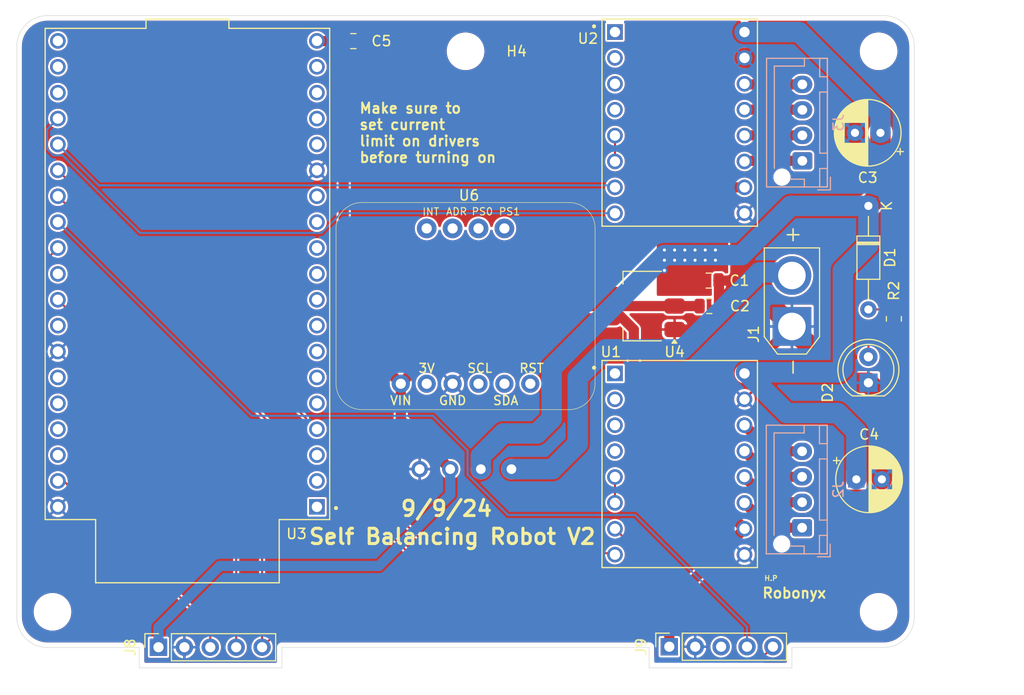
<source format=kicad_pcb>
(kicad_pcb (version 20240108) (generator "pcbnew") (generator_version "8.0")
  (layers (0 "F.Cu" signal) (31 "B.Cu" signal) (34 "B.Paste" user) (35 "F.Paste" user) (36 "B.SilkS" user "B.Silkscreen") (37 "F.SilkS" user "F.Silkscreen") (38 "B.Mask" user) (39 "F.Mask" user) (44 "Edge.Cuts" user))
  (net 0 "")
  (net 1 "Net-(J1-Pin_2)")
  (net 2 "+15V")
  (net 3 "+5V")
  (net 4 "GND")
  (net 5 "Net-(J2-Pin_4)")
  (net 6 "Net-(J2-Pin_1)")
  (net 7 "Net-(J2-Pin_2)")
  (net 8 "Net-(J2-Pin_3)")
  (net 9 "Net-(J3-Pin_1)")
  (net 10 "Net-(J3-Pin_2)")
  (net 11 "Net-(J3-Pin_4)")
  (net 12 "Net-(J3-Pin_3)")
  (net 13 "Net-(U1-~{RESET})")
  (net 18 "Net-(U1-DIR)")
  (net 19 "Net-(U1-STEP)")
  (net 21 "Net-(U2-STEP)")
  (net 25 "Net-(U2-DIR)")
  (net 26 "Net-(U2-~{RESET})")
  (net 57 "/SDA")
  (net 58 "/SCL")
  (net 61 "Net-(D1-A)")
  (net 62 "Net-(D2-A)")
  (net 63 "/DIN")
  (net 64 "/CS1")
  (net 65 "/CLK")
  (net 66 "/CS2")
  (footprint "SparkFun-Connector:1x01" (layer "F.Cu") (at 122.5 82.5 180)
    (property "Reference" "J7")
    (property "Value" "-SWLED")
    (pad "1" thru_hole circle (at 0 0 270) (size 1.6 1.6) (drill 0.95) (layers "*.Cu" "*.Mask") (net 4 "GND"))
  )
  (footprint "MountingHole:MountingHole_3.2mm_M3" (layer "F.Cu") (at 167.5 96.5)
    (property "Reference" "H3" (hide yes))
    (property "Value" "MountingHole")
    (pad "" np_thru_hole circle (at 0 0) (size 3.2 3.2) (drill 3.2) (layers "*.Cu" "*.Mask"))
  )
  (footprint "Capacitor_THT:CP_Radial_D6.3mm_P2.50mm" (layer "F.Cu") (at 165.317621 83.5)
    (property "Reference" "C4" (at 1.25 -4.4 0) (layer "F.SilkS"))
    (property "Value" "100uF")
    (pad "1" thru_hole rect (at 0 0) (size 1.6 1.6) (drill 0.8) (layers "*.Cu" "*.Mask") (net 2 "+15V"))
    (pad "2" thru_hole circle (at 2.5 0) (size 1.6 1.6) (drill 0.8) (layers "*.Cu" "*.Mask") (net 4 "GND"))
  )
  (footprint "Resistor_SMD:R_0805_2012Metric" (layer "F.Cu") (at 169 67.75 90)
    (property "Reference" "R2" (at 2.75 0 90) (layer "F.SilkS"))
    (property "Value" "1K")
    (pad "1" smd roundrect (at -0.9125 0 90) (size 1.025 1.4) (layers "F.Cu" "F.Paste" "F.Mask") (roundrect_rratio 0.243902) (net 62 "Net-(D2-A)"))
    (pad "2" smd roundrect (at 0.9125 0 90) (size 1.025 1.4) (layers "F.Cu" "F.Paste" "F.Mask") (roundrect_rratio 0.243902) (net 61 "Net-(D1-A)"))
  )
  (footprint "MountingHole:MountingHole_3.2mm_M3" (layer "F.Cu") (at 86.5 96.5)
    (property "Reference" "H1" (hide yes))
    (property "Value" "MountingHole")
    (pad "" np_thru_hole circle (at 0 0) (size 3.2 3.2) (drill 3.2) (layers "*.Cu" "*.Mask"))
  )
  (footprint "Capacitor_SMD:C_0805_2012Metric" (layer "F.Cu") (at 150.9 66.5)
    (property "Reference" "C2" (at 3 0 0) (layer "F.SilkS"))
    (property "Value" "10uF")
    (pad "1" smd roundrect (at -0.95 0) (size 1 1.45) (layers "F.Cu" "F.Paste" "F.Mask") (net 3 "+5V"))
    (pad "2" smd roundrect (at 0.95 0) (size 1 1.45) (layers "F.Cu" "F.Paste" "F.Mask") (net 4 "GND"))
  )
  (footprint "SparkFun-Connector:1x01" (layer "F.Cu") (at 131.5 82.5 180)
    (property "Reference" "J5")
    (property "Value" "-SW")
    (pad "1" thru_hole circle (at 0 0 270) (size 1.6 1.6) (drill 0.95) (layers "*.Cu" "*.Mask") (net 1 "Net-(J1-Pin_2)"))
  )
  (footprint "A4988_STEPPER_MOTOR_DRIVER_CARRIER:MODULE_A4988_STEPPER_MOTOR_DRIVER_CARRIER" (layer "F.Cu") (at 148 48.5)
    (property "Reference" "U2" (at -9 -8.25 0) (layer "F.SilkS"))
    (property "Value" "A4988_STEPPER_MOTOR_DRIVER_CARRIER")
    (pad "1" thru_hole rect (at -6.35 -8.89) (size 1.53 1.53) (drill 1.02) (layers "*.Cu" "*.Mask"))
    (pad "2" thru_hole circle (at -6.35 -6.35) (size 1.53 1.53) (drill 1.02) (layers "*.Cu" "*.Mask"))
    (pad "3" thru_hole circle (at -6.35 -3.81) (size 1.53 1.53) (drill 1.02) (layers "*.Cu" "*.Mask"))
    (pad "4" thru_hole circle (at -6.35 -1.27) (size 1.53 1.53) (drill 1.02) (layers "*.Cu" "*.Mask"))
    (pad "5" thru_hole circle (at -6.35 1.27) (size 1.53 1.53) (drill 1.02) (layers "*.Cu" "*.Mask") (net 26 "Net-(U2-~{RESET})"))
    (pad "6" thru_hole circle (at -6.35 3.81) (size 1.53 1.53) (drill 1.02) (layers "*.Cu" "*.Mask") (net 26 "Net-(U2-~{RESET})"))
    (pad "7" thru_hole circle (at -6.35 6.35) (size 1.53 1.53) (drill 1.02) (layers "*.Cu" "*.Mask") (net 21 "Net-(U2-STEP)"))
    (pad "8" thru_hole circle (at -6.35 8.89) (size 1.53 1.53) (drill 1.02) (layers "*.Cu" "*.Mask") (net 25 "Net-(U2-DIR)"))
    (pad "9" thru_hole circle (at 6.35 8.89) (size 1.53 1.53) (drill 1.02) (layers "*.Cu" "*.Mask") (net 4 "GND"))
    (pad "10" thru_hole circle (at 6.35 6.35) (size 1.53 1.53) (drill 1.02) (layers "*.Cu" "*.Mask") (net 3 "+5V"))
    (pad "11" thru_hole circle (at 6.35 3.81) (size 1.53 1.53) (drill 1.02) (layers "*.Cu" "*.Mask") (net 9 "Net-(J3-Pin_1)"))
    (pad "12" thru_hole circle (at 6.35 1.27) (size 1.53 1.53) (drill 1.02) (layers "*.Cu" "*.Mask") (net 10 "Net-(J3-Pin_2)"))
    (pad "13" thru_hole circle (at 6.35 -1.27) (size 1.53 1.53) (drill 1.02) (layers "*.Cu" "*.Mask") (net 12 "Net-(J3-Pin_3)"))
    (pad "14" thru_hole circle (at 6.35 -3.81) (size 1.53 1.53) (drill 1.02) (layers "*.Cu" "*.Mask") (net 11 "Net-(J3-Pin_4)"))
    (pad "15" thru_hole circle (at 6.35 -6.35) (size 1.53 1.53) (drill 1.02) (layers "*.Cu" "*.Mask") (net 4 "GND"))
    (pad "16" thru_hole circle (at 6.35 -8.89) (size 1.53 1.53) (drill 1.02) (layers "*.Cu" "*.Mask") (net 2 "+15V"))
  )
  (footprint "Package_TO_SOT_SMD:SOT-223-3_TabPin2" (layer "F.Cu") (at 144.35 66.5 180)
    (property "Reference" "U4" (at -3.15 -4.5 0) (layer "F.SilkS"))
    (property "Value" "NCP1117-5.0_SOT223")
    (pad "1" smd roundrect (at -3.15 -2.3 180) (size 2 1.5) (layers "F.Cu" "F.Paste" "F.Mask") (net 4 "GND"))
    (pad "2" smd roundrect (at -3.15 0 180) (size 2 1.5) (layers "F.Cu" "F.Paste" "F.Mask") (net 3 "+5V"))
    (pad "2" smd roundrect (at 3.15 0 180) (size 2 3.8) (layers "F.Cu" "F.Paste" "F.Mask") (net 3 "+5V"))
    (pad "3" smd roundrect (at -3.15 2.3 180) (size 2 1.5) (layers "F.Cu" "F.Paste" "F.Mask") (net 2 "+15V"))
  )
  (footprint "LED_THT:LED_D5.0mm" (layer "F.Cu") (at 166.5 74.025 90)
    (property "Reference" "D2" (at -0.975 -4 90) (layer "F.SilkS"))
    (property "Value" "LED")
    (pad "1" thru_hole rect (at 0 0 90) (size 1.8 1.8) (drill 0.9) (layers "*.Cu" "*.Mask") (net 4 "GND"))
    (pad "2" thru_hole circle (at 2.54 0 90) (size 1.8 1.8) (drill 0.9) (layers "*.Cu" "*.Mask") (net 62 "Net-(D2-A)"))
  )
  (footprint "SparkFun-Connector:1x01" (layer "F.Cu") (at 125.5 82.5 180)
    (property "Reference" "J6")
    (property "Value" "+SWLED")
    (pad "1" thru_hole circle (at 0 0 270) (size 1.6 1.6) (drill 0.95) (layers "*.Cu" "*.Mask") (net 3 "+5V"))
  )
  (footprint "Connector_PinSocket_2.54mm:PinSocket_1x05_P2.54mm_Vertical" (layer "F.Cu") (at 146.98 99.925 90)
    (property "Reference" "J9" (at 0 -2.77 90) (layer "F.SilkS"))
    (property "Value" "Conn_01x05")
    (pad "1" thru_hole rect (at 0 0 90) (size 1.7 1.7) (drill 1) (layers "*.Cu" "*.Mask") (net 3 "+5V"))
    (pad "2" thru_hole oval (at 0 2.54 90) (size 1.7 1.7) (drill 1) (layers "*.Cu" "*.Mask") (net 4 "GND"))
    (pad "3" thru_hole oval (at 0 5.08 90) (size 1.7 1.7) (drill 1) (layers "*.Cu" "*.Mask"))
    (pad "4" thru_hole oval (at 0 7.62 90) (size 1.7 1.7) (drill 1) (layers "*.Cu" "*.Mask") (net 66 "/CS2"))
    (pad "5" thru_hole oval (at 0 10.16 90) (size 1.7 1.7) (drill 1) (layers "*.Cu" "*.Mask") (net 65 "/CLK"))
  )
  (footprint "Adafruit IMU BNO055:Adafruit IMU BNO055" (layer "F.Cu") (at 127 66.5)
    (property "Reference" "U6" (at 0.34 -10.87 0) (layer "F.SilkS"))
    (property "Value" "Adafruit IMU BNO055")
    (fp_text user "ADR" (at -0.88 -9.271 0) (layer "F.SilkS") (effects (font (size 0.715264 0.715264) (thickness 0.097536))))
    (fp_text user "VIN" (at -6.35 9.271 0) (layer "F.SilkS") (effects (font (size 0.87376 0.87376) (thickness 0.14224))))
    (fp_text user "RST" (at 6.477 6.096 0) (layer "F.SilkS") (effects (font (size 0.87376 0.87376) (thickness 0.14224))))
    (fp_text user "GND" (at -1.27 9.271 0) (layer "F.SilkS") (effects (font (size 0.87376 0.87376) (thickness 0.14224))))
    (fp_text user "SDA" (at 3.937 9.271 0) (layer "F.SilkS") (effects (font (size 0.87376 0.87376) (thickness 0.14224))))
    (fp_text user "PS1" (at 4.313 -9.271 0) (layer "F.SilkS") (effects (font (size 0.715264 0.715264) (thickness 0.097536))))
    (fp_text user "INT" (at -3.403 -9.2555 0) (layer "F.SilkS") (effects (font (size 0.715264 0.715264) (thickness 0.097536))))
    (fp_text user "PS0" (at 1.646 -9.271 0) (layer "F.SilkS") (effects (font (size 0.715264 0.715264) (thickness 0.097536))))
    (fp_text user "SCL" (at 1.397 6.096 0) (layer "F.SilkS") (effects (font (size 0.87376 0.87376) (thickness 0.14224))))
    (fp_text user "3V" (at -3.81 6.096 0) (layer "F.SilkS") (effects (font (size 0.87376 0.87376) (thickness 0.14224))))
    (pad "1" thru_hole circle (at -6.35 7.62 90) (size 1.778 1.778) (drill 1) (layers "*.Mask" "F.Cu" "In1.Cu" "B.Cu") (net 3 "+5V"))
    (pad "2" thru_hole circle (at -3.81 7.62 90) (size 1.778 1.778) (drill 1) (layers "*.Mask" "F.Cu" "In1.Cu" "B.Cu"))
    (pad "3" thru_hole circle (at -1.27 7.62 90) (size 1.778 1.778) (drill 1) (layers "*.Mask" "F.Cu" "In1.Cu" "B.Cu") (net 4 "GND"))
    (pad "4" thru_hole circle (at 1.27 7.62 90) (size 1.778 1.778) (drill 1) (layers "*.Mask" "F.Cu" "In1.Cu" "B.Cu") (net 58 "/SCL"))
    (pad "5" thru_hole circle (at 3.81 7.62 90) (size 1.778 1.778) (drill 1) (layers "*.Mask" "F.Cu" "In1.Cu" "B.Cu") (net 57 "/SDA"))
    (pad "6" thru_hole circle (at 6.35 7.62 90) (size 1.778 1.778) (drill 1) (layers "*.Mask" "F.Cu" "In1.Cu" "B.Cu"))
    (pad "7" thru_hole circle (at -3.81 -7.62 90) (size 1.9304 1.9304) (drill 1) (layers "*.Cu" "*.Mask"))
    (pad "8" thru_hole circle (at -1.27 -7.62 90) (size 1.9304 1.9304) (drill 1) (layers "*.Cu" "*.Mask"))
    (pad "9" thru_hole circle (at 1.27 -7.62 90) (size 1.9304 1.9304) (drill 1) (layers "*.Cu" "*.Mask"))
    (pad "10" thru_hole circle (at 3.81 -7.62 90) (size 1.9304 1.9304) (drill 1) (layers "*.Cu" "*.Mask"))
  )
  (footprint "SparkFun-Connector:1x01" (layer "F.Cu") (at 128.5 82.5 180)
    (property "Reference" "J4")
    (property "Value" "+SW")
    (pad "1" thru_hole circle (at 0 0 270) (size 1.6 1.6) (drill 0.95) (layers "*.Cu" "*.Mask") (net 2 "+15V"))
  )
  (footprint "ESP32-DEVKITC:MODULE_ESP32-DEVKITC" (layer "F.Cu") (at 99.7275 63.35 180)
    (property "Reference" "U3" (at -10.7 -25.5 0) (layer "F.SilkS"))
    (property "Value" "ESP32-DEVKITC")
    (pad "1" thru_hole rect (at -12.7 -22.85 180) (size 1.53 1.53) (drill 1.02) (layers "*.Cu" "*.Mask"))
    (pad "2" thru_hole circle (at -12.7 -20.31 180) (size 1.53 1.53) (drill 1.02) (layers "*.Cu" "*.Mask"))
    (pad "3" thru_hole circle (at -12.7 -17.77 180) (size 1.53 1.53) (drill 1.02) (layers "*.Cu" "*.Mask"))
    (pad "4" thru_hole circle (at -12.7 -15.23 180) (size 1.53 1.53) (drill 1.02) (layers "*.Cu" "*.Mask"))
    (pad "5" thru_hole circle (at -12.7 -12.69 180) (size 1.53 1.53) (drill 1.02) (layers "*.Cu" "*.Mask"))
    (pad "6" thru_hole circle (at -12.7 -10.15 180) (size 1.53 1.53) (drill 1.02) (layers "*.Cu" "*.Mask"))
    (pad "7" thru_hole circle (at -12.7 -7.61 180) (size 1.53 1.53) (drill 1.02) (layers "*.Cu" "*.Mask"))
    (pad "8" thru_hole circle (at -12.7 -5.07 180) (size 1.53 1.53) (drill 1.02) (layers "*.Cu" "*.Mask"))
    (pad "9" thru_hole circle (at -12.7 -2.53 180) (size 1.53 1.53) (drill 1.02) (layers "*.Cu" "*.Mask"))
    (pad "10" thru_hole circle (at -12.7 0.01 180) (size 1.53 1.53) (drill 1.02) (layers "*.Cu" "*.Mask"))
    (pad "11" thru_hole circle (at -12.7 2.55 180) (size 1.53 1.53) (drill 1.02) (layers "*.Cu" "*.Mask"))
    (pad "12" thru_hole circle (at -12.7 5.09 180) (size 1.53 1.53) (drill 1.02) (layers "*.Cu" "*.Mask"))
    (pad "13" thru_hole circle (at -12.7 7.63 180) (size 1.53 1.53) (drill 1.02) (layers "*.Cu" "*.Mask"))
    (pad "14" thru_hole circle (at -12.7 10.17 180) (size 1.53 1.53) (drill 1.02) (layers "*.Cu" "*.Mask") (net 4 "GND"))
    (pad "15" thru_hole circle (at -12.7 12.71 180) (size 1.53 1.53) (drill 1.02) (layers "*.Cu" "*.Mask"))
    (pad "16" thru_hole circle (at -12.7 15.25 180) (size 1.53 1.53) (drill 1.02) (layers "*.Cu" "*.Mask"))
    (pad "17" thru_hole circle (at -12.7 17.79 180) (size 1.53 1.53) (drill 1.02) (layers "*.Cu" "*.Mask"))
    (pad "18" thru_hole circle (at -12.7 20.33 180) (size 1.53 1.53) (drill 1.02) (layers "*.Cu" "*.Mask"))
    (pad "19" thru_hole circle (at -12.7 22.87 180) (size 1.53 1.53) (drill 1.02) (layers "*.Cu" "*.Mask") (net 3 "+5V"))
    (pad "20" thru_hole circle (at 12.7 22.87 180) (size 1.53 1.53) (drill 1.02) (layers "*.Cu" "*.Mask"))
    (pad "21" thru_hole circle (at 12.7 20.33 180) (size 1.53 1.53) (drill 1.02) (layers "*.Cu" "*.Mask"))
    (pad "22" thru_hole circle (at 12.7 17.79 180) (size 1.53 1.53) (drill 1.02) (layers "*.Cu" "*.Mask"))
    (pad "23" thru_hole circle (at 12.7 15.25 180) (size 1.53 1.53) (drill 1.02) (layers "*.Cu" "*.Mask") (net 25 "Net-(U2-DIR)"))
    (pad "24" thru_hole circle (at 12.7 12.71 180) (size 1.53 1.53) (drill 1.02) (layers "*.Cu" "*.Mask") (net 21 "Net-(U2-STEP)"))
    (pad "25" thru_hole circle (at 12.7 10.17 180) (size 1.53 1.53) (drill 1.02) (layers "*.Cu" "*.Mask") (net 18 "Net-(U1-DIR)"))
    (pad "26" thru_hole circle (at 12.7 7.63 180) (size 1.53 1.53) (drill 1.02) (layers "*.Cu" "*.Mask") (net 19 "Net-(U1-STEP)"))
    (pad "27" thru_hole circle (at 12.7 5.09 180) (size 1.53 1.53) (drill 1.02) (layers "*.Cu" "*.Mask") (net 66 "/CS2"))
    (pad "28" thru_hole circle (at 12.7 2.55 180) (size 1.53 1.53) (drill 1.02) (layers "*.Cu" "*.Mask") (net 64 "/CS1"))
    (pad "29" thru_hole circle (at 12.7 0.01 180) (size 1.53 1.53) (drill 1.02) (layers "*.Cu" "*.Mask"))
    (pad "30" thru_hole circle (at 12.7 -2.53 180) (size 1.53 1.53) (drill 1.02) (layers "*.Cu" "*.Mask") (net 65 "/CLK"))
    (pad "31" thru_hole circle (at 12.7 -5.07 180) (size 1.53 1.53) (drill 1.02) (layers "*.Cu" "*.Mask"))
    (pad "32" thru_hole circle (at 12.7 -7.61 180) (size 1.53 1.53) (drill 1.02) (layers "*.Cu" "*.Mask") (net 4 "GND"))
    (pad "33" thru_hole circle (at 12.7 -10.15 180) (size 1.53 1.53) (drill 1.02) (layers "*.Cu" "*.Mask"))
    (pad "34" thru_hole circle (at 12.7 -12.69 180) (size 1.53 1.53) (drill 1.02) (layers "*.Cu" "*.Mask"))
    (pad "35" thru_hole circle (at 12.7 -15.23 180) (size 1.53 1.53) (drill 1.02) (layers "*.Cu" "*.Mask"))
    (pad "36" thru_hole circle (at 12.7 -17.77 180) (size 1.53 1.53) (drill 1.02) (layers "*.Cu" "*.Mask"))
    (pad "37" thru_hole circle (at 12.7 -20.31 180) (size 1.53 1.53) (drill 1.02) (layers "*.Cu" "*.Mask") (net 63 "/DIN"))
    (pad "38" thru_hole circle (at 12.7 -22.85 180) (size 1.53 1.53) (drill 1.02) (layers "*.Cu" "*.Mask") (net 4 "GND"))
  )
  (footprint "Capacitor_SMD:C_0805_2012Metric" (layer "F.Cu") (at 150.85 64)
    (property "Reference" "C1" (at 3 0 0) (layer "F.SilkS"))
    (property "Value" "10uF")
    (pad "1" smd roundrect (at -0.95 0) (size 1 1.45) (layers "F.Cu" "F.Paste" "F.Mask") (net 2 "+15V"))
    (pad "2" smd roundrect (at 0.95 0) (size 1 1.45) (layers "F.Cu" "F.Paste" "F.Mask") (net 4 "GND"))
  )
  (footprint "Diode_THT:D_DO-35_SOD27_P10.16mm_Horizontal" (layer "F.Cu") (at 166.5 56.67 -90)
    (property "Reference" "D1" (at 5.08 -2.12 90) (layer "F.SilkS"))
    (property "Value" "D_Zener")
    (fp_text user "K" (at 0 -1.8 90) (layer "F.SilkS"))
    (pad "1" thru_hole rect (at 0 0 270) (size 1.6 1.6) (drill 0.8) (layers "*.Cu" "*.Mask") (net 2 "+15V"))
    (pad "2" thru_hole oval (at 10.16 0 270) (size 1.6 1.6) (drill 0.8) (layers "*.Cu" "*.Mask") (net 61 "Net-(D1-A)"))
  )
  (footprint "Connector_PinSocket_2.54mm:PinSocket_1x05_P2.54mm_Vertical" (layer "F.Cu") (at 96.89 99.975 90)
    (property "Reference" "J8" (at 0 -2.77 90) (layer "F.SilkS"))
    (property "Value" "Conn_01x05")
    (pad "1" thru_hole rect (at 0 0 90) (size 1.7 1.7) (drill 1) (layers "*.Cu" "*.Mask") (net 3 "+5V"))
    (pad "2" thru_hole oval (at 0 2.54 90) (size 1.7 1.7) (drill 1) (layers "*.Cu" "*.Mask") (net 4 "GND"))
    (pad "3" thru_hole oval (at 0 5.08 90) (size 1.7 1.7) (drill 1) (layers "*.Cu" "*.Mask") (net 63 "/DIN"))
    (pad "4" thru_hole oval (at 0 7.62 90) (size 1.7 1.7) (drill 1) (layers "*.Cu" "*.Mask") (net 64 "/CS1"))
    (pad "5" thru_hole oval (at 0 10.16 90) (size 1.7 1.7) (drill 1) (layers "*.Cu" "*.Mask") (net 65 "/CLK"))
  )
  (footprint "Capacitor_SMD:C_0805_2012Metric" (layer "F.Cu") (at 116 40.5)
    (property "Reference" "C5" (at 2.75 0 0) (layer "F.SilkS"))
    (property "Value" "10uF")
    (pad "1" smd roundrect (at -0.95 0) (size 1 1.45) (layers "F.Cu" "F.Paste" "F.Mask") (net 3 "+5V"))
    (pad "2" smd roundrect (at 0.95 0) (size 1 1.45) (layers "F.Cu" "F.Paste" "F.Mask") (net 4 "GND"))
  )
  (footprint "MountingHole:MountingHole_3.2mm_M3" (layer "F.Cu") (at 127 41.5)
    (property "Reference" "H4" (at 5 0 0) (layer "F.SilkS"))
    (property "Value" "MountingHole")
    (pad "" np_thru_hole circle (at 0 0) (size 3.2 3.2) (drill 3.2) (layers "*.Cu" "*.Mask"))
  )
  (footprint "Capacitor_THT:CP_Radial_D6.3mm_P2.50mm" (layer "F.Cu") (at 167.68238 49.5 180)
    (property "Reference" "C3" (at 1.25 -4.4 0) (layer "F.SilkS"))
    (property "Value" "100uF")
    (pad "1" thru_hole rect (at 0 0 180) (size 1.6 1.6) (drill 0.8) (layers "*.Cu" "*.Mask") (net 2 "+15V"))
    (pad "2" thru_hole circle (at 2.5 0 180) (size 1.6 1.6) (drill 0.8) (layers "*.Cu" "*.Mask") (net 4 "GND"))
  )
  (footprint "MountingHole:MountingHole_3.2mm_M3" (layer "F.Cu") (at 167.5 41.5)
    (property "Reference" "H2" (hide yes))
    (property "Value" "MountingHole")
    (pad "" np_thru_hole circle (at 0 0) (size 3.2 3.2) (drill 3.2) (layers "*.Cu" "*.Mask"))
  )
  (footprint "Connector_AMASS:AMASS_XT30U-M_1x02_P5.0mm_Vertical" (layer "F.Cu") (at 159 68.5 90)
    (property "Reference" "J1" (at -0.75 -3.75 90) (layer "F.SilkS"))
    (property "Value" "Conn_01x02")
    (fp_text user "-" (at -4 0 90) (layer "F.SilkS") (effects (font (size 1.5 1.5))))
    (fp_text user "+" (at 9 0 90) (layer "F.SilkS") (effects (font (size 1.5 1.5))))
    (pad "1" thru_hole rect (at 0 0 90) (size 3.8 3.8) (drill 2.7) (layers "*.Cu" "*.Mask") (net 4 "GND"))
    (pad "2" thru_hole circle (at 5 0 90) (size 3.8 3.8) (drill 2.7) (layers "*.Cu" "*.Mask") (net 1 "Net-(J1-Pin_2)"))
  )
  (footprint "A4988_STEPPER_MOTOR_DRIVER_CARRIER:MODULE_A4988_STEPPER_MOTOR_DRIVER_CARRIER" (layer "F.Cu") (at 148 82)
    (property "Reference" "U1" (at -6.75 -11 0) (layer "F.SilkS"))
    (property "Value" "A4988_STEPPER_MOTOR_DRIVER_CARRIER")
    (pad "1" thru_hole rect (at -6.35 -8.89) (size 1.53 1.53) (drill 1.02) (layers "*.Cu" "*.Mask"))
    (pad "2" thru_hole circle (at -6.35 -6.35) (size 1.53 1.53) (drill 1.02) (layers "*.Cu" "*.Mask"))
    (pad "3" thru_hole circle (at -6.35 -3.81) (size 1.53 1.53) (drill 1.02) (layers "*.Cu" "*.Mask"))
    (pad "4" thru_hole circle (at -6.35 -1.27) (size 1.53 1.53) (drill 1.02) (layers "*.Cu" "*.Mask"))
    (pad "5" thru_hole circle (at -6.35 1.27) (size 1.53 1.53) (drill 1.02) (layers "*.Cu" "*.Mask") (net 13 "Net-(U1-~{RESET})"))
    (pad "6" thru_hole circle (at -6.35 3.81) (size 1.53 1.53) (drill 1.02) (layers "*.Cu" "*.Mask") (net 13 "Net-(U1-~{RESET})"))
    (pad "7" thru_hole circle (at -6.35 6.35) (size 1.53 1.53) (drill 1.02) (layers "*.Cu" "*.Mask") (net 19 "Net-(U1-STEP)"))
    (pad "8" thru_hole circle (at -6.35 8.89) (size 1.53 1.53) (drill 1.02) (layers "*.Cu" "*.Mask") (net 18 "Net-(U1-DIR)"))
    (pad "9" thru_hole circle (at 6.35 8.89) (size 1.53 1.53) (drill 1.02) (layers "*.Cu" "*.Mask") (net 4 "GND"))
    (pad "10" thru_hole circle (at 6.35 6.35) (size 1.53 1.53) (drill 1.02) (layers "*.Cu" "*.Mask") (net 3 "+5V"))
    (pad "11" thru_hole circle (at 6.35 3.81) (size 1.53 1.53) (drill 1.02) (layers "*.Cu" "*.Mask") (net 6 "Net-(J2-Pin_1)"))
    (pad "12" thru_hole circle (at 6.35 1.27) (size 1.53 1.53) (drill 1.02) (layers "*.Cu" "*.Mask") (net 7 "Net-(J2-Pin_2)"))
    (pad "13" thru_hole circle (at 6.35 -1.27) (size 1.53 1.53) (drill 1.02) (layers "*.Cu" "*.Mask") (net 8 "Net-(J2-Pin_3)"))
    (pad "14" thru_hole circle (at 6.35 -3.81) (size 1.53 1.53) (drill 1.02) (layers "*.Cu" "*.Mask") (net 5 "Net-(J2-Pin_4)"))
    (pad "15" thru_hole circle (at 6.35 -6.35) (size 1.53 1.53) (drill 1.02) (layers "*.Cu" "*.Mask") (net 4 "GND"))
    (pad "16" thru_hole circle (at 6.35 -8.89) (size 1.53 1.53) (drill 1.02) (layers "*.Cu" "*.Mask") (net 2 "+15V"))
  )
  (footprint "Connector_JST:JST_XH_B4B-XH-AM_1x04_P2.50mm_Vertical" (layer "B.Cu") (at 160.025 52.25 90)
    (property "Reference" "J3" (at 3.75 3.55 90) (layer "B.SilkS") (effects (justify mirror)))
    (property "Value" "Conn_01x04")
    (pad "" np_thru_hole circle (at -1.6 -2 90) (size 1.2 1.2) (drill 1.2) (layers "*.Cu" "*.Mask"))
    (pad "1" thru_hole roundrect (at 0 0 90) (size 1.7 1.95) (drill 0.95) (layers "*.Cu" "*.Mask") (roundrect_rratio 0.147059) (net 9 "Net-(J3-Pin_1)"))
    (pad "2" thru_hole oval (at 2.5 0 90) (size 1.7 1.95) (drill 0.95) (layers "*.Cu" "*.Mask") (net 10 "Net-(J3-Pin_2)"))
    (pad "3" thru_hole oval (at 5 0 90) (size 1.7 1.95) (drill 0.95) (layers "*.Cu" "*.Mask") (net 12 "Net-(J3-Pin_3)"))
    (pad "4" thru_hole oval (at 7.5 0 90) (size 1.7 1.95) (drill 0.95) (layers "*.Cu" "*.Mask") (net 11 "Net-(J3-Pin_4)"))
  )
  (footprint "Connector_JST:JST_XH_B4B-XH-AM_1x04_P2.50mm_Vertical" (layer "B.Cu") (at 160 88.25 90)
    (property "Reference" "J2" (at 3.75 3.55 90) (layer "B.SilkS") (effects (justify mirror)))
    (property "Value" "Conn_01x04")
    (pad "" np_thru_hole circle (at -1.6 -2 90) (size 1.2 1.2) (drill 1.2) (layers "*.Cu" "*.Mask"))
    (pad "1" thru_hole roundrect (at 0 0 90) (size 1.7 1.95) (drill 0.95) (layers "*.Cu" "*.Mask") (roundrect_rratio 0.147059) (net 6 "Net-(J2-Pin_1)"))
    (pad "2" thru_hole oval (at 2.5 0 90) (size 1.7 1.95) (drill 0.95) (layers "*.Cu" "*.Mask") (net 7 "Net-(J2-Pin_2)"))
    (pad "3" thru_hole oval (at 5 0 90) (size 1.7 1.95) (drill 0.95) (layers "*.Cu" "*.Mask") (net 8 "Net-(J2-Pin_3)"))
    (pad "4" thru_hole oval (at 7.5 0 90) (size 1.7 1.95) (drill 0.95) (layers "*.Cu" "*.Mask") (net 5 "Net-(J2-Pin_4)"))
  )
  (gr_arc (start 86 100.000001) (mid 83.87868 99.121321) (end 83 97.000001) (stroke (width 0.05)) (layer "Edge.Cuts"))
  (gr_line (start 145 102) (end 159 102) (stroke (width 0.05)) (layer "Edge.Cuts"))
  (gr_line (start 168 38) (end 86 38) (stroke (width 0.05)) (layer "Edge.Cuts"))
  (gr_line (start 145 100) (end 145 102) (stroke (width 0.05)) (layer "Edge.Cuts"))
  (gr_line (start 159 100) (end 168.000001 100.000001) (stroke (width 0.05)) (layer "Edge.Cuts"))
  (gr_line (start 86 100) (end 95 100) (stroke (width 0.05)) (layer "Edge.Cuts"))
  (gr_arc (start 171.000001 97.000001) (mid 170.121321 99.121321) (end 168.000001 100.000001) (stroke (width 0.05)) (layer "Edge.Cuts"))
  (gr_line (start 95 100) (end 95 102) (stroke (width 0.05)) (layer "Edge.Cuts"))
  (gr_line (start 95 102) (end 109 102) (stroke (width 0.05)) (layer "Edge.Cuts"))
  (gr_line (start 171.000001 97.000001) (end 171 41) (stroke (width 0.05)) (layer "Edge.Cuts"))
  (gr_arc (start 168 38) (mid 170.12132 38.87868) (end 171 41) (stroke (width 0.05)) (layer "Edge.Cuts"))
  (gr_line (start 109 100) (end 145 100) (stroke (width 0.05)) (layer "Edge.Cuts"))
  (gr_arc (start 83 41) (mid 83.87868 38.87868) (end 86 38) (stroke (width 0.05)) (layer "Edge.Cuts"))
  (gr_line (start 109 102) (end 109 100) (stroke (width 0.05)) (layer "Edge.Cuts"))
  (gr_line (start 83 41) (end 83 97.000001) (stroke (width 0.05)) (layer "Edge.Cuts"))
  (gr_line (start 159 102) (end 159 100) (stroke (width 0.05)) (layer "Edge.Cuts"))
  (gr_text "Robonyx" (at 156 95.25 0) (layer "F.SilkS") (effects (font (size 1 1) (thickness 0.2) (bold yes)) (justify left bottom)))
  (gr_text "Make sure to \nset current\nlimit on drivers \nbefore turning on" (at 116.5 52.5 0) (layer "F.SilkS") (effects (font (size 1 1) (thickness 0.2) (bold yes)) (justify left bottom)))
  (gr_text "Self Balancing Robot V2" (at 111.5 90 0) (layer "F.SilkS") (effects (font (size 1.5 1.5) (thickness 0.3) (bold yes)) (justify left bottom)))
  (gr_text "H.P" (at 156.25 93.5 0) (layer "F.SilkS") (effects (font (size 0.5 0.5) (thickness 0.1) (bold yes)) (justify left bottom)))
  (gr_text "9/9/24" (at 120.5 87.25 0) (layer "F.SilkS") (effects (font (size 1.5 1.5) (thickness 0.3) (bold yes)) (justify left bottom)))
  (segment (start 138 80) (end 135.5 82.5) (width 2) (layer "B.Cu") (net 1))
  (segment (start 135.5 82.5) (end 131.5 82.5) (width 2) (layer "B.Cu") (net 1))
  (segment (start 155.8 63.2) (end 148.25 70.75) (width 2) (layer "B.Cu") (net 1))
  (segment (start 159.25 63.2) (end 155.8 63.2) (width 2) (layer "B.Cu") (net 1))
  (segment (start 140.75 70.75) (end 138 73.5) (width 2) (layer "B.Cu") (net 1))
  (segment (start 148.25 70.75) (end 140.75 70.75) (width 2) (layer "B.Cu") (net 1))
  (segment (start 138 73.5) (end 138 80) (width 2) (layer "B.Cu") (net 1))
  (segment (start 167.68238 55.48762) (end 167.68238 49.5) (width 2) (layer "F.Cu") (net 2))
  (segment (start 166.5 56.67) (end 167.68238 55.48762) (width 2) (layer "F.Cu") (net 2))
  (via (at 151.5 61) (size 0.6) (drill 0.3) (layers "F.Cu" "B.Cu") (net 2))
  (via (at 150.5 62) (size 0.6) (drill 0.3) (layers "F.Cu" "B.Cu") (net 2))
  (via (at 147.5 61) (size 0.6) (drill 0.3) (layers "F.Cu" "B.Cu") (net 2))
  (via (at 151.5 62) (size 0.6) (drill 0.3) (layers "F.Cu" "B.Cu") (net 2))
  (via (at 149.5 62) (size 0.6) (drill 0.3) (layers "F.Cu" "B.Cu") (net 2))
  (via (at 148.5 61) (size 0.6) (drill 0.3) (layers "F.Cu" "B.Cu") (net 2))
  (via (at 148.5 62) (size 0.6) (drill 0.3) (layers "F.Cu" "B.Cu") (net 2))
  (via (at 149.5 61) (size 0.6) (drill 0.3) (layers "F.Cu" "B.Cu") (net 2))
  (via (at 146.5 61) (size 0.6) (drill 0.3) (layers "F.Cu" "B.Cu") (net 2))
  (via (at 150.5 61) (size 0.6) (drill 0.3) (layers "F.Cu" "B.Cu") (net 2))
  (via (at 146.5 63) (size 0.6) (drill 0.3) (layers "F.Cu" "B.Cu") (net 2))
  (via (at 147.5 62) (size 0.6) (drill 0.3) (layers "F.Cu" "B.Cu") (net 2))
  (via (at 146.5 62) (size 0.6) (drill 0.3) (layers "F.Cu" "B.Cu") (net 2))
  (segment (start 163.5 77) (end 165.317621 78.817621) (width 2) (layer "B.Cu") (net 2))
  (segment (start 166.5 56.67) (end 166.5 60.5) (width 2) (layer "B.Cu") (net 2))
  (segment (start 154.35 39.61) (end 159.70119 39.61) (width 2) (layer "B.Cu") (net 2))
  (segment (start 159.70119 39.61) (end 167.68238 47.59119) (width 2) (layer "B.Cu") (net 2))
  (segment (start 164 72.6) (end 163.6 73) (width 2) (layer "B.Cu") (net 2))
  (segment (start 167.68238 47.59119) (end 167.68238 49.5) (width 2) (layer "B.Cu") (net 2))
  (segment (start 158.5 77) (end 163.5 77) (width 2) (layer "B.Cu") (net 2))
  (segment (start 128.5 81.203541) (end 130.703541 79) (width 2) (layer "B.Cu") (net 2))
  (segment (start 154.05 61.5) (end 158.88 56.67) (width 2) (layer "B.Cu") (net 2))
  (segment (start 130.703541 79) (end 134 79) (width 2) (layer "B.Cu") (net 2))
  (segment (start 164 63) (end 164 72.6) (width 2) (layer "B.Cu") (net 2))
  (segment (start 165.317621 78.817621) (end 165.317621 83.5) (width 2) (layer "B.Cu") (net 2))
  (segment (start 135.439 77.561) (end 135.439 72.561) (width 2) (layer "B.Cu") (net 2))
  (segment (start 134 79) (end 135.439 77.561) (width 2) (layer "B.Cu") (net 2))
  (segment (start 158.88 56.67) (end 166.5 56.67) (width 2) (layer "B.Cu") (net 2))
  (segment (start 128.5 82.5) (end 128.5 81.203541) (width 2) (layer "B.Cu") (net 2))
  (segment (start 135.439 72.561) (end 146.5 61.5) (width 2) (layer "B.Cu") (net 2))
  (segment (start 154.5 73) (end 158.5 77) (width 2) (layer "B.Cu") (net 2))
  (segment (start 166.5 60.5) (end 164 63) (width 2) (layer "B.Cu") (net 2))
  (segment (start 163.6 73) (end 154.5 73) (width 2) (layer "B.Cu") (net 2))
  (segment (start 146.5 61.5) (end 154.05 61.5) (width 2) (layer "B.Cu") (net 2))
  (segment (start 115.05 68.52) (end 120.65 74.12) (width 1) (layer "F.Cu") (net 3))
  (segment (start 115.05 40.5) (end 112.4475 40.5) (width 1) (layer "F.Cu") (net 3))
  (segment (start 141.2 66.5) (end 143.5 68.8) (width 1) (layer "F.Cu") (net 3))
  (segment (start 115.05 40.5) (end 115.05 68.52) (width 1) (layer "F.Cu") (net 3))
  (segment (start 112.4475 40.5) (end 112.4275 40.48) (width 1) (layer "F.Cu") (net 3))
  (segment (start 143.5 77.5) (end 154.35 88.35) (width 1) (layer "F.Cu") (net 3))
  (segment (start 128.27 66.5) (end 120.65 74.12) (width 1) (layer "F.Cu") (net 3))
  (segment (start 149.65 54.85) (end 154.35 54.85) (width 1) (layer "F.Cu") (net 3))
  (segment (start 147.5 66.5) (end 141.2 66.5) (width 1) (layer "F.Cu") (net 3))
  (segment (start 141.2 63.3) (end 149.65 54.85) (width 1) (layer "F.Cu") (net 3))
  (segment (start 141.2 66.5) (end 141.2 63.3) (width 1) (layer "F.Cu") (net 3))
  (segment (start 143.5 68.8) (end 143.5 77.5) (width 1) (layer "F.Cu") (net 3))
  (segment (start 146.98 95.72) (end 146.98 99.925) (width 1) (layer "F.Cu") (net 3))
  (segment (start 154.35 88.35) (end 146.98 95.72) (width 1) (layer "F.Cu") (net 3))
  (segment (start 120.65 74.12) (end 120.65 77.65) (width 1) (layer "F.Cu") (net 3))
  (segment (start 149.95 66.5) (end 147.5 66.5) (width 1) (layer "F.Cu") (net 3))
  (segment (start 120.65 77.65) (end 125.5 82.5) (width 1) (layer "F.Cu") (net 3))
  (segment (start 141.2 66.5) (end 128.27 66.5) (width 1) (layer "F.Cu") (net 3))
  (segment (start 125.5 85) (end 118.5 92) (width 1) (layer "B.Cu") (net 3))
  (segment (start 102.915 92) (end 96.89 98.025) (width 1) (layer "B.Cu") (net 3))
  (segment (start 125.5 82.5) (end 125.5 85) (width 1) (layer "B.Cu") (net 3))
  (segment (start 118.5 92) (end 102.915 92) (width 1) (layer "B.Cu") (net 3))
  (segment (start 96.89 98.025) (end 96.89 99.975) (width 1) (layer "B.Cu") (net 3))
  (segment (start 155.5 65) (end 154.5 64) (width 1) (layer "F.Cu") (net 4))
  (segment (start 154.5 64) (end 151.8 64) (width 1) (layer "F.Cu") (net 4))
  (segment (start 151.85 66.5) (end 151.85 64.05) (width 1) (layer "F.Cu") (net 4))
  (segment (start 147.5 68.8) (end 150.275 68.8) (width 1) (layer "F.Cu") (net 4))
  (segment (start 147.2625 69.0375) (end 147.5 68.8) (width 1) (layer "F.Cu") (net 4))
  (segment (start 151.85 67.225) (end 151.85 66.5) (width 1) (layer "F.Cu") (net 4))
  (segment (start 165.18238 46.18238) (end 161.15 42.15) (width 2) (layer "F.Cu") (net 4))
  (segment (start 161.15 42.15) (end 154.35 42.15) (width 2) (layer "F.Cu") (net 4))
  (segment (start 159 68.5) (end 159 68.675) (width 2) (layer "F.Cu") (net 4))
  (segment (start 150.275 68.8) (end 151.85 67.225) (width 1) (layer "F.Cu") (net 4))
  (segment (start 159 68.5) (end 154.5 64) (width 2) (layer "F.Cu") (net 4))
  (segment (start 157 70.5) (end 155.85 70.5) (width 1) (layer "F.Cu") (net 4))
  (segment (start 167.817621 75.342621) (end 166.5 74.025) (width 2) (layer "F.Cu") (net 4))
  (segment (start 151.85 64.05) (end 151.8 64) (width 1) (layer "F.Cu") (net 4))
  (segment (start 165.18238 50.81762) (end 165.18238 49.5) (width 2) (layer "F.Cu") (net 4))
  (segment (start 159 68.5) (end 157 70.5) (width 1) (layer "F.Cu") (net 4))
  (segment (start 165.18238 49.5) (end 165.18238 46.18238) (width 2) (layer "F.Cu") (net 4))
  (segment (start 155.85 70.5) (end 151.85 66.5) (width 1) (layer "F.Cu") (net 4))
  (segment (start 167.817621 83.5) (end 167.817621 75.342621) (width 2) (layer "F.Cu") (net 4))
  (segment (start 159 68.675) (end 164.35 74.025) (width 2) (layer "F.Cu") (net 4))
  (segment (start 154.5 61.5) (end 165.18238 50.81762) (width 2) (layer "F.Cu") (net 4))
  (segment (start 154.5 64) (end 154.5 61.5) (width 2) (layer "F.Cu") (net 4))
  (segment (start 164.35 74.025) (end 166.5 74.025) (width 2) (layer "F.Cu") (net 4))
  (segment (start 156.91 80.75) (end 154.35 78.19) (width 1) (layer "F.Cu") (net 5))
  (segment (start 160 80.75) (end 156.91 80.75) (width 1) (layer "F.Cu") (net 5))
  (segment (start 160 88.25) (end 156.79 88.25) (width 1) (layer "F.Cu") (net 6))
  (segment (start 156.79 88.25) (end 154.35 85.81) (width 1) (layer "F.Cu") (net 6))
  (segment (start 156.83 85.75) (end 154.35 83.27) (width 1) (layer "F.Cu") (net 7))
  (segment (start 160 85.75) (end 156.83 85.75) (width 1) (layer "F.Cu") (net 7))
  (segment (start 160 83.25) (end 156.87 83.25) (width 1) (layer "F.Cu") (net 8))
  (segment (start 156.87 83.25) (end 154.35 80.73) (width 1) (layer "F.Cu") (net 8))
  (segment (start 160.025 52.25) (end 154.41 52.25) (width 1) (layer "F.Cu") (net 9))
  (segment (start 154.41 52.25) (end 154.35 52.31) (width 1) (layer "F.Cu") (net 9))
  (segment (start 160.025 49.75) (end 154.37 49.75) (width 1) (layer "F.Cu") (net 10))
  (segment (start 154.37 49.75) (end 154.35 49.77) (width 1) (layer "F.Cu") (net 10))
  (segment (start 160.025 44.75) (end 154.41 44.75) (width 1) (layer "F.Cu") (net 11))
  (segment (start 154.41 44.75) (end 154.35 44.69) (width 1) (layer "F.Cu") (net 11))
  (segment (start 160.005 47.23) (end 160.025 47.25) (width 1) (layer "F.Cu") (net 12))
  (segment (start 154.35 47.23) (end 160.005 47.23) (width 1) (layer "F.Cu") (net 12))
  (segment (start 141.65 83.27) (end 141.65 85.81) (width 0.2) (layer "F.Cu") (net 13))
  (segment (start 123.973638 90.75) (end 112.868638 79.645) (width 0.2) (layer "F.Cu") (net 18))
  (segment (start 112.868638 79.645) (end 111.986362 79.645) (width 0.2) (layer "F.Cu") (net 18))
  (segment (start 111.986362 79.645) (end 111.3625 79.021138) (width 0.2) (layer "F.Cu") (net 18))
  (segment (start 141.65 90.89) (end 141.51 90.75) (width 0.2) (layer "F.Cu") (net 18))
  (segment (start 111.3625 77.515) (end 87.0275 53.18) (width 0.2) (layer "F.Cu") (net 18))
  (segment (start 111.3625 79.021138) (end 111.3625 77.515) (width 0.2) (layer "F.Cu") (net 18))
  (segment (start 141.51 90.75) (end 123.973638 90.75) (width 0.2) (layer "F.Cu") (net 18))
  (segment (start 89.001814 59.200452) (end 89.001814 57.694314) (width 0.2) (layer "F.Cu") (net 19))
  (segment (start 123.933638 93.25) (end 112.868638 82.185) (width 0.2) (layer "F.Cu") (net 19))
  (segment (start 111.986362 82.185) (end 89.001814 59.200452) (width 0.2) (layer "F.Cu") (net 19))
  (segment (start 141.65 88.35) (end 143.5 90.2) (width 0.2) (layer "F.Cu") (net 19))
  (segment (start 112.868638 82.185) (end 111.986362 82.185) (width 0.2) (layer "F.Cu") (net 19))
  (segment (start 89.001814 57.694314) (end 87.0275 55.72) (width 0.2) (layer "F.Cu") (net 19))
  (segment (start 141.75 93.25) (end 123.933638 93.25) (width 0.2) (layer "F.Cu") (net 19))
  (segment (start 143.5 91.5) (end 141.75 93.25) (width 0.2) (layer "F.Cu") (net 19))
  (segment (start 143.5 90.2) (end 143.5 91.5) (width 0.2) (layer "F.Cu") (net 19))
  (segment (start 141.455 54.655) (end 91.0425 54.655) (width 0.2) (layer "B.Cu") (net 21))
  (segment (start 91.0425 54.655) (end 87.0275 50.64) (width 0.2) (layer "B.Cu") (net 21))
  (segment (start 141.65 54.85) (end 141.455 54.655) (width 0.2) (layer "B.Cu") (net 21))
  (segment (start 85.9625 51.081138) (end 85.9625 49.165) (width 0.2) (layer "B.Cu") (net 25))
  (segment (start 87.468638 51.705) (end 86.586362 51.705) (width 0.2) (layer "B.Cu") (net 25))
  (segment (start 141.65 57.39) (end 114.803638 57.39) (width 0.2) (layer "B.Cu") (net 25))
  (segment (start 85.9625 49.165) (end 87.0275 48.1) (width 0.2) (layer "B.Cu") (net 25))
  (segment (start 114.803638 57.39) (end 112.868638 59.325) (width 0.2) (layer "B.Cu") (net 25))
  (segment (start 112.868638 59.325) (end 95.088638 59.325) (width 0.2) (layer "B.Cu") (net 25))
  (segment (start 86.586362 51.705) (end 85.9625 51.081138) (width 0.2) (layer "B.Cu") (net 25))
  (segment (start 95.088638 59.325) (end 87.468638 51.705) (width 0.2) (layer "B.Cu") (net 25))
  (segment (start 141.65 52.31) (end 141.65 49.77) (width 0.2) (layer "F.Cu") (net 26))
  (segment (start 166.5 66.83) (end 168.9925 66.83) (width 0.2) (layer "F.Cu") (net 61))
  (segment (start 168.9925 66.83) (end 169 66.8375) (width 0.2) (layer "F.Cu") (net 61))
  (segment (start 166.5 70) (end 166.5 71.485) (width 0.2) (layer "F.Cu") (net 62))
  (segment (start 169 68.6625) (end 167.8375 68.6625) (width 0.2) (layer "F.Cu") (net 62))
  (segment (start 167.8375 68.6625) (end 166.5 70) (width 0.2) (layer "F.Cu") (net 62))
  (segment (start 101.97 98.025) (end 87.605 83.66) (width 0.2) (layer "F.Cu") (net 63))
  (segment (start 101.97 99.975) (end 101.97 98.025) (width 0.2) (layer "F.Cu") (net 63))
  (segment (start 87.605 83.66) (end 87.0275 83.66) (width 0.2) (layer "F.Cu") (net 63))
  (segment (start 86.586362 66.945) (end 85.9625 66.321138) (width 0.2) (layer "F.Cu") (net 64))
  (segment (start 104.51 99.975) (end 104.51 83.986362) (width 0.2) (layer "F.Cu") (net 64))
  (segment (start 85.9625 66.321138) (end 85.9625 61.865) (width 0.2) (layer "F.Cu") (net 64))
  (segment (start 85.9625 61.865) (end 87.0275 60.8) (width 0.2) (layer "F.Cu") (net 64))
  (segment (start 104.51 83.986362) (end 87.468638 66.945) (width 0.2) (layer "F.Cu") (net 64))
  (segment (start 87.468638 66.945) (end 86.586362 66.945) (width 0.2) (layer "F.Cu") (net 64))
  (segment (start 145.6 100.85) (end 145.6 99.6) (width 0.2) (layer "F.Cu") (net 65))
  (segment (start 108.275 98.75) (end 107.05 99.975) (width 0.2) (layer "F.Cu") (net 65))
  (segment (start 157.14 99.925) (end 155.815 101.25) (width 0.2) (layer "F.Cu") (net 65))
  (segment (start 146 101.25) (end 145.6 100.85) (width 0.2) (layer "F.Cu") (net 65))
  (segment (start 107.05 85.9025) (end 87.0275 65.88) (width 0.2) (layer "F.Cu") (net 65))
  (segment (start 107.05 99.975) (end 107.05 85.9025) (width 0.2) (layer "F.Cu") (net 65))
  (segment (start 155.815 101.25) (end 146 101.25) (width 0.2) (layer "F.Cu") (net 65))
  (segment (start 144.75 98.75) (end 108.275 98.75) (width 0.2) (layer "F.Cu") (net 65))
  (segment (start 145.6 99.6) (end 144.75 98.75) (width 0.2) (layer "F.Cu") (net 65))
  (segment (start 123.803198 77.268261) (end 106.035761 77.268261) (width 0.2) (layer "B.Cu") (net 66))
  (segment (start 154.6 99.925) (end 154.6 97.975) (width 0.2) (layer "B.Cu") (net 66))
  (segment (start 106.035761 77.268261) (end 87.0275 58.26) (width 0.2) (layer "B.Cu") (net 66))
  (segment (start 127.2 83.038478) (end 127.2 80.665063) (width 0.2) (layer "B.Cu") (net 66))
  (segment (start 143.625 87) (end 131.161522 87) (width 0.2) (layer "B.Cu") (net 66))
  (segment (start 131.161522 87) (end 127.2 83.038478) (width 0.2) (layer "B.Cu") (net 66))
  (segment (start 154.6 97.975) (end 143.625 87) (width 0.2) (layer "B.Cu") (net 66))
  (segment (start 127.2 80.665063) (end 123.803198 77.268261) (width 0.2) (layer "B.Cu") (net 66))
  (zone (net 4) (net_name "GND") (layer "F.Cu") (name "GND") (connect_pads (clearance 0)) (min_thickness 0.25) (fill yes (thermal_gap 0.25) (thermal_bridge_width 0.25))
    (polygon (pts (xy 82.5 37.5) (xy 82.5 102.5) (xy 171.5 102.5) (xy 171.5 37.5)))
  )
  (zone (net 2) (net_name "+15V") (layer "F.Cu") (name "+15V") (priority 1) (connect_pads yes (clearance 0)) (min_thickness 0.25) (fill yes (thermal_gap 0.5) (thermal_bridge_width 0.5))
    (polygon (pts (xy 145.75 65.5) (xy 152.75 65.5) (xy 152.75 60.25) (xy 145.75 60.25)))
  )
  (zone (net 4) (net_name "GND") (layer "B.Cu") (name "GND") (connect_pads (clearance 0)) (min_thickness 0.25) (fill yes (thermal_gap 0.25) (thermal_bridge_width 0.25))
    (polygon (pts (xy 82.5 37.5) (xy 82.5 102.5) (xy 171.5 102.5) (xy 171.5 37.5)))
  )
)
</source>
